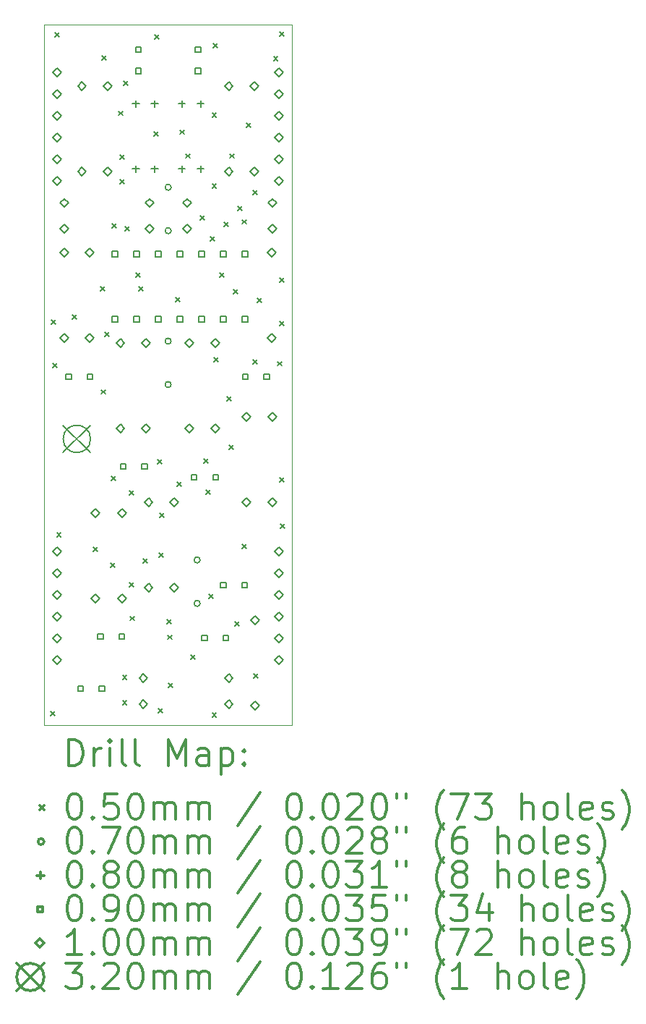
<source format=gbr>
%FSLAX45Y45*%
G04 Gerber Fmt 4.5, Leading zero omitted, Abs format (unit mm)*
G04 Created by KiCad (PCBNEW (2016-12-20 revision 2972f6f)-master) date Wed Jun 24 23:38:59 2020*
%MOMM*%
%LPD*%
G01*
G04 APERTURE LIST*
%ADD10C,0.127000*%
%ADD11C,0.100000*%
%ADD12C,0.200000*%
%ADD13C,0.300000*%
G04 APERTURE END LIST*
D10*
D11*
X0Y0D02*
X0Y8200000D01*
X2900000Y0D02*
X0Y0D01*
X2900000Y8200000D02*
X2900000Y0D01*
X0Y8200000D02*
X2900000Y8200000D01*
D12*
X75000Y165000D02*
X125000Y115000D01*
X125000Y165000D02*
X75000Y115000D01*
X85000Y4745000D02*
X135000Y4695000D01*
X135000Y4745000D02*
X85000Y4695000D01*
X95000Y4235000D02*
X145000Y4185000D01*
X145000Y4235000D02*
X95000Y4185000D01*
X125000Y8105000D02*
X175000Y8055000D01*
X175000Y8105000D02*
X125000Y8055000D01*
X145000Y2255000D02*
X195000Y2205000D01*
X195000Y2255000D02*
X145000Y2205000D01*
X325000Y4805000D02*
X375000Y4755000D01*
X375000Y4805000D02*
X325000Y4755000D01*
X575000Y2085000D02*
X625000Y2035000D01*
X625000Y2085000D02*
X575000Y2035000D01*
X655000Y5135000D02*
X705000Y5085000D01*
X705000Y5135000D02*
X655000Y5085000D01*
X665000Y3925000D02*
X715000Y3875000D01*
X715000Y3925000D02*
X665000Y3875000D01*
X675000Y7835000D02*
X725000Y7785000D01*
X725000Y7835000D02*
X675000Y7785000D01*
X705000Y4595000D02*
X755000Y4545000D01*
X755000Y4595000D02*
X705000Y4545000D01*
X775000Y1895000D02*
X825000Y1845000D01*
X825000Y1895000D02*
X775000Y1845000D01*
X785000Y2915000D02*
X835000Y2865000D01*
X835000Y2915000D02*
X785000Y2865000D01*
X795000Y5865000D02*
X845000Y5815000D01*
X845000Y5865000D02*
X795000Y5815000D01*
X865000Y7185000D02*
X915000Y7135000D01*
X915000Y7185000D02*
X865000Y7135000D01*
X885000Y6675000D02*
X935000Y6625000D01*
X935000Y6675000D02*
X885000Y6625000D01*
X885000Y6385000D02*
X935000Y6335000D01*
X935000Y6385000D02*
X885000Y6335000D01*
X915000Y585000D02*
X965000Y535000D01*
X965000Y585000D02*
X915000Y535000D01*
X915000Y285000D02*
X965000Y235000D01*
X965000Y285000D02*
X915000Y235000D01*
X925000Y7535000D02*
X975000Y7485000D01*
X975000Y7535000D02*
X925000Y7485000D01*
X945000Y5835000D02*
X995000Y5785000D01*
X995000Y5835000D02*
X945000Y5785000D01*
X995000Y2745000D02*
X1045000Y2695000D01*
X1045000Y2745000D02*
X995000Y2695000D01*
X995000Y1665000D02*
X1045000Y1615000D01*
X1045000Y1665000D02*
X995000Y1615000D01*
X1005000Y1275000D02*
X1055000Y1225000D01*
X1055000Y1275000D02*
X1005000Y1225000D01*
X1075000Y5295000D02*
X1125000Y5245000D01*
X1125000Y5295000D02*
X1075000Y5245000D01*
X1105000Y5135000D02*
X1155000Y5085000D01*
X1155000Y5135000D02*
X1105000Y5085000D01*
X1155000Y1945000D02*
X1205000Y1895000D01*
X1205000Y1945000D02*
X1155000Y1895000D01*
X1285000Y6945000D02*
X1335000Y6895000D01*
X1335000Y6945000D02*
X1285000Y6895000D01*
X1295000Y8075000D02*
X1345000Y8025000D01*
X1345000Y8075000D02*
X1295000Y8025000D01*
X1325000Y3105000D02*
X1375000Y3055000D01*
X1375000Y3105000D02*
X1325000Y3055000D01*
X1335000Y195000D02*
X1385000Y145000D01*
X1385000Y195000D02*
X1335000Y145000D01*
X1345000Y2015000D02*
X1395000Y1965000D01*
X1395000Y2015000D02*
X1345000Y1965000D01*
X1355000Y2485000D02*
X1405000Y2435000D01*
X1405000Y2485000D02*
X1355000Y2435000D01*
X1435000Y1235000D02*
X1485000Y1185000D01*
X1485000Y1235000D02*
X1435000Y1185000D01*
X1445000Y1055000D02*
X1495000Y1005000D01*
X1495000Y1055000D02*
X1445000Y1005000D01*
X1455000Y495000D02*
X1505000Y445000D01*
X1505000Y495000D02*
X1455000Y445000D01*
X1535000Y5005000D02*
X1585000Y4955000D01*
X1585000Y5005000D02*
X1535000Y4955000D01*
X1555000Y2845000D02*
X1605000Y2795000D01*
X1605000Y2845000D02*
X1555000Y2795000D01*
X1585000Y6965000D02*
X1635000Y6915000D01*
X1635000Y6965000D02*
X1585000Y6915000D01*
X1655000Y6685000D02*
X1705000Y6635000D01*
X1705000Y6685000D02*
X1655000Y6635000D01*
X1715000Y825000D02*
X1765000Y775000D01*
X1765000Y825000D02*
X1715000Y775000D01*
X1825000Y5965000D02*
X1875000Y5915000D01*
X1875000Y5965000D02*
X1825000Y5915000D01*
X1865000Y3115000D02*
X1915000Y3065000D01*
X1915000Y3115000D02*
X1865000Y3065000D01*
X1895000Y2755000D02*
X1945000Y2705000D01*
X1945000Y2755000D02*
X1895000Y2705000D01*
X1925000Y1535000D02*
X1975000Y1485000D01*
X1975000Y1535000D02*
X1925000Y1485000D01*
X1945000Y5715000D02*
X1995000Y5665000D01*
X1995000Y5715000D02*
X1945000Y5665000D01*
X1965000Y7165000D02*
X2015000Y7115000D01*
X2015000Y7165000D02*
X1965000Y7115000D01*
X1965000Y6335000D02*
X2015000Y6285000D01*
X2015000Y6335000D02*
X1965000Y6285000D01*
X1965000Y145000D02*
X2015000Y95000D01*
X2015000Y145000D02*
X1965000Y95000D01*
X1975000Y7975000D02*
X2025000Y7925000D01*
X2025000Y7975000D02*
X1975000Y7925000D01*
X1985000Y4305000D02*
X2035000Y4255000D01*
X2035000Y4305000D02*
X1985000Y4255000D01*
X2055000Y5295000D02*
X2105000Y5245000D01*
X2105000Y5295000D02*
X2055000Y5245000D01*
X2105000Y5885000D02*
X2155000Y5835000D01*
X2155000Y5885000D02*
X2105000Y5835000D01*
X2135000Y3845000D02*
X2185000Y3795000D01*
X2185000Y3845000D02*
X2135000Y3795000D01*
X2165000Y3275000D02*
X2215000Y3225000D01*
X2215000Y3275000D02*
X2165000Y3225000D01*
X2175000Y6685000D02*
X2225000Y6635000D01*
X2225000Y6685000D02*
X2175000Y6635000D01*
X2215000Y5095000D02*
X2265000Y5045000D01*
X2265000Y5095000D02*
X2215000Y5045000D01*
X2235000Y1215000D02*
X2285000Y1165000D01*
X2285000Y1215000D02*
X2235000Y1165000D01*
X2265000Y6075000D02*
X2315000Y6025000D01*
X2315000Y6075000D02*
X2265000Y6025000D01*
X2315000Y5915000D02*
X2365000Y5865000D01*
X2365000Y5915000D02*
X2315000Y5865000D01*
X2315000Y2115000D02*
X2365000Y2065000D01*
X2365000Y2115000D02*
X2315000Y2065000D01*
X2365000Y7045000D02*
X2415000Y6995000D01*
X2415000Y7045000D02*
X2365000Y6995000D01*
X2445000Y6255000D02*
X2495000Y6205000D01*
X2495000Y6255000D02*
X2445000Y6205000D01*
X2445000Y4275000D02*
X2495000Y4225000D01*
X2495000Y4275000D02*
X2445000Y4225000D01*
X2455000Y605000D02*
X2505000Y555000D01*
X2505000Y605000D02*
X2455000Y555000D01*
X2495000Y4995000D02*
X2545000Y4945000D01*
X2545000Y4995000D02*
X2495000Y4945000D01*
X2685000Y7825000D02*
X2735000Y7775000D01*
X2735000Y7825000D02*
X2685000Y7775000D01*
X2735000Y4255000D02*
X2785000Y4205000D01*
X2785000Y4255000D02*
X2735000Y4205000D01*
X2755000Y8115000D02*
X2805000Y8065000D01*
X2805000Y8115000D02*
X2755000Y8065000D01*
X2755000Y5235000D02*
X2805000Y5185000D01*
X2805000Y5235000D02*
X2755000Y5185000D01*
X2755000Y4725000D02*
X2805000Y4675000D01*
X2805000Y4725000D02*
X2755000Y4675000D01*
X2755000Y2895000D02*
X2805000Y2845000D01*
X2805000Y2895000D02*
X2755000Y2845000D01*
X2765000Y2355000D02*
X2815000Y2305000D01*
X2815000Y2355000D02*
X2765000Y2305000D01*
X1485000Y6294000D02*
G75*
G03X1485000Y6294000I-35000J0D01*
G01*
X1485000Y5786000D02*
G75*
G03X1485000Y5786000I-35000J0D01*
G01*
X1485000Y4494000D02*
G75*
G03X1485000Y4494000I-35000J0D01*
G01*
X1485000Y3986000D02*
G75*
G03X1485000Y3986000I-35000J0D01*
G01*
X1825000Y1934000D02*
G75*
G03X1825000Y1934000I-35000J0D01*
G01*
X1825000Y1426000D02*
G75*
G03X1825000Y1426000I-35000J0D01*
G01*
X1070000Y7310000D02*
X1070000Y7230000D01*
X1030000Y7270000D02*
X1110000Y7270000D01*
X1070000Y6550000D02*
X1070000Y6470000D01*
X1030000Y6510000D02*
X1110000Y6510000D01*
X1290000Y7311000D02*
X1290000Y7231000D01*
X1250000Y7271000D02*
X1330000Y7271000D01*
X1290000Y6549000D02*
X1290000Y6469000D01*
X1250000Y6509000D02*
X1330000Y6509000D01*
X1610000Y7311000D02*
X1610000Y7231000D01*
X1570000Y7271000D02*
X1650000Y7271000D01*
X1610000Y6549000D02*
X1610000Y6469000D01*
X1570000Y6509000D02*
X1650000Y6509000D01*
X1830000Y7311000D02*
X1830000Y7231000D01*
X1790000Y7271000D02*
X1870000Y7271000D01*
X1830000Y6549000D02*
X1830000Y6469000D01*
X1790000Y6509000D02*
X1870000Y6509000D01*
X316820Y4048180D02*
X316820Y4111820D01*
X253180Y4111820D01*
X253180Y4048180D01*
X316820Y4048180D01*
X456820Y398180D02*
X456820Y461820D01*
X393180Y461820D01*
X393180Y398180D01*
X456820Y398180D01*
X566820Y4048180D02*
X566820Y4111820D01*
X503180Y4111820D01*
X503180Y4048180D01*
X566820Y4048180D01*
X686820Y1008180D02*
X686820Y1071820D01*
X623180Y1071820D01*
X623180Y1008180D01*
X686820Y1008180D01*
X706820Y398180D02*
X706820Y461820D01*
X643180Y461820D01*
X643180Y398180D01*
X706820Y398180D01*
X859820Y5479180D02*
X859820Y5542820D01*
X796180Y5542820D01*
X796180Y5479180D01*
X859820Y5479180D01*
X859820Y4717180D02*
X859820Y4780820D01*
X796180Y4780820D01*
X796180Y4717180D01*
X859820Y4717180D01*
X936820Y1008180D02*
X936820Y1071820D01*
X873180Y1071820D01*
X873180Y1008180D01*
X936820Y1008180D01*
X956820Y2998180D02*
X956820Y3061820D01*
X893180Y3061820D01*
X893180Y2998180D01*
X956820Y2998180D01*
X1113820Y5479180D02*
X1113820Y5542820D01*
X1050180Y5542820D01*
X1050180Y5479180D01*
X1113820Y5479180D01*
X1113820Y4717180D02*
X1113820Y4780820D01*
X1050180Y4780820D01*
X1050180Y4717180D01*
X1113820Y4717180D01*
X1131820Y7873180D02*
X1131820Y7936820D01*
X1068180Y7936820D01*
X1068180Y7873180D01*
X1131820Y7873180D01*
X1131820Y7623180D02*
X1131820Y7686820D01*
X1068180Y7686820D01*
X1068180Y7623180D01*
X1131820Y7623180D01*
X1206820Y2998180D02*
X1206820Y3061820D01*
X1143180Y3061820D01*
X1143180Y2998180D01*
X1206820Y2998180D01*
X1367820Y5479180D02*
X1367820Y5542820D01*
X1304180Y5542820D01*
X1304180Y5479180D01*
X1367820Y5479180D01*
X1367820Y4717180D02*
X1367820Y4780820D01*
X1304180Y4780820D01*
X1304180Y4717180D01*
X1367820Y4717180D01*
X1621820Y5479180D02*
X1621820Y5542820D01*
X1558180Y5542820D01*
X1558180Y5479180D01*
X1621820Y5479180D01*
X1621820Y4717180D02*
X1621820Y4780820D01*
X1558180Y4780820D01*
X1558180Y4717180D01*
X1621820Y4717180D01*
X1786820Y2868180D02*
X1786820Y2931820D01*
X1723180Y2931820D01*
X1723180Y2868180D01*
X1786820Y2868180D01*
X1831820Y7873180D02*
X1831820Y7936820D01*
X1768180Y7936820D01*
X1768180Y7873180D01*
X1831820Y7873180D01*
X1831820Y7623180D02*
X1831820Y7686820D01*
X1768180Y7686820D01*
X1768180Y7623180D01*
X1831820Y7623180D01*
X1875820Y5479180D02*
X1875820Y5542820D01*
X1812180Y5542820D01*
X1812180Y5479180D01*
X1875820Y5479180D01*
X1875820Y4717180D02*
X1875820Y4780820D01*
X1812180Y4780820D01*
X1812180Y4717180D01*
X1875820Y4717180D01*
X1906820Y988180D02*
X1906820Y1051820D01*
X1843180Y1051820D01*
X1843180Y988180D01*
X1906820Y988180D01*
X2036820Y2868180D02*
X2036820Y2931820D01*
X1973180Y2931820D01*
X1973180Y2868180D01*
X2036820Y2868180D01*
X2126820Y1608180D02*
X2126820Y1671820D01*
X2063180Y1671820D01*
X2063180Y1608180D01*
X2126820Y1608180D01*
X2129820Y5479180D02*
X2129820Y5542820D01*
X2066180Y5542820D01*
X2066180Y5479180D01*
X2129820Y5479180D01*
X2129820Y4717180D02*
X2129820Y4780820D01*
X2066180Y4780820D01*
X2066180Y4717180D01*
X2129820Y4717180D01*
X2156820Y988180D02*
X2156820Y1051820D01*
X2093180Y1051820D01*
X2093180Y988180D01*
X2156820Y988180D01*
X2376820Y1608180D02*
X2376820Y1671820D01*
X2313180Y1671820D01*
X2313180Y1608180D01*
X2376820Y1608180D01*
X2383820Y5479180D02*
X2383820Y5542820D01*
X2320180Y5542820D01*
X2320180Y5479180D01*
X2383820Y5479180D01*
X2383820Y4717180D02*
X2383820Y4780820D01*
X2320180Y4780820D01*
X2320180Y4717180D01*
X2383820Y4717180D01*
X2386820Y4048180D02*
X2386820Y4111820D01*
X2323180Y4111820D01*
X2323180Y4048180D01*
X2386820Y4048180D01*
X2636820Y4048180D02*
X2636820Y4111820D01*
X2573180Y4111820D01*
X2573180Y4048180D01*
X2636820Y4048180D01*
X150000Y7585000D02*
X200000Y7635000D01*
X150000Y7685000D01*
X100000Y7635000D01*
X150000Y7585000D01*
X150000Y7331000D02*
X200000Y7381000D01*
X150000Y7431000D01*
X100000Y7381000D01*
X150000Y7331000D01*
X150000Y7077000D02*
X200000Y7127000D01*
X150000Y7177000D01*
X100000Y7127000D01*
X150000Y7077000D01*
X150000Y6823000D02*
X200000Y6873000D01*
X150000Y6923000D01*
X100000Y6873000D01*
X150000Y6823000D01*
X150000Y6569000D02*
X200000Y6619000D01*
X150000Y6669000D01*
X100000Y6619000D01*
X150000Y6569000D01*
X150000Y6315000D02*
X200000Y6365000D01*
X150000Y6415000D01*
X100000Y6365000D01*
X150000Y6315000D01*
X150000Y1985000D02*
X200000Y2035000D01*
X150000Y2085000D01*
X100000Y2035000D01*
X150000Y1985000D01*
X150000Y1731000D02*
X200000Y1781000D01*
X150000Y1831000D01*
X100000Y1781000D01*
X150000Y1731000D01*
X150000Y1477000D02*
X200000Y1527000D01*
X150000Y1577000D01*
X100000Y1527000D01*
X150000Y1477000D01*
X150000Y1223000D02*
X200000Y1273000D01*
X150000Y1323000D01*
X100000Y1273000D01*
X150000Y1223000D01*
X150000Y969000D02*
X200000Y1019000D01*
X150000Y1069000D01*
X100000Y1019000D01*
X150000Y969000D01*
X150000Y715000D02*
X200000Y765000D01*
X150000Y815000D01*
X100000Y765000D01*
X150000Y715000D01*
X230000Y6060000D02*
X280000Y6110000D01*
X230000Y6160000D01*
X180000Y6110000D01*
X230000Y6060000D01*
X230000Y5760000D02*
X280000Y5810000D01*
X230000Y5860000D01*
X180000Y5810000D01*
X230000Y5760000D01*
X230000Y5480000D02*
X280000Y5530000D01*
X230000Y5580000D01*
X180000Y5530000D01*
X230000Y5480000D01*
X230000Y4480000D02*
X280000Y4530000D01*
X230000Y4580000D01*
X180000Y4530000D01*
X230000Y4480000D01*
X440000Y7430000D02*
X490000Y7480000D01*
X440000Y7530000D01*
X390000Y7480000D01*
X440000Y7430000D01*
X440000Y6430000D02*
X490000Y6480000D01*
X440000Y6530000D01*
X390000Y6480000D01*
X440000Y6430000D01*
X530000Y5480000D02*
X580000Y5530000D01*
X530000Y5580000D01*
X480000Y5530000D01*
X530000Y5480000D01*
X530000Y4480000D02*
X580000Y4530000D01*
X530000Y4580000D01*
X480000Y4530000D01*
X530000Y4480000D01*
X600000Y2430000D02*
X650000Y2480000D01*
X600000Y2530000D01*
X550000Y2480000D01*
X600000Y2430000D01*
X600000Y1430000D02*
X650000Y1480000D01*
X600000Y1530000D01*
X550000Y1480000D01*
X600000Y1430000D01*
X740000Y7430000D02*
X790000Y7480000D01*
X740000Y7530000D01*
X690000Y7480000D01*
X740000Y7430000D01*
X740000Y6430000D02*
X790000Y6480000D01*
X740000Y6530000D01*
X690000Y6480000D01*
X740000Y6430000D01*
X890000Y4420000D02*
X940000Y4470000D01*
X890000Y4520000D01*
X840000Y4470000D01*
X890000Y4420000D01*
X890000Y3420000D02*
X940000Y3470000D01*
X890000Y3520000D01*
X840000Y3470000D01*
X890000Y3420000D01*
X910000Y2430000D02*
X960000Y2480000D01*
X910000Y2530000D01*
X860000Y2480000D01*
X910000Y2430000D01*
X910000Y1430000D02*
X960000Y1480000D01*
X910000Y1530000D01*
X860000Y1480000D01*
X910000Y1430000D01*
X1160000Y500000D02*
X1210000Y550000D01*
X1160000Y600000D01*
X1110000Y550000D01*
X1160000Y500000D01*
X1160000Y200000D02*
X1210000Y250000D01*
X1160000Y300000D01*
X1110000Y250000D01*
X1160000Y200000D01*
X1190000Y4420000D02*
X1240000Y4470000D01*
X1190000Y4520000D01*
X1140000Y4470000D01*
X1190000Y4420000D01*
X1190000Y3420000D02*
X1240000Y3470000D01*
X1190000Y3520000D01*
X1140000Y3470000D01*
X1190000Y3420000D01*
X1220000Y2560000D02*
X1270000Y2610000D01*
X1220000Y2660000D01*
X1170000Y2610000D01*
X1220000Y2560000D01*
X1220000Y1560000D02*
X1270000Y1610000D01*
X1220000Y1660000D01*
X1170000Y1610000D01*
X1220000Y1560000D01*
X1230000Y6060000D02*
X1280000Y6110000D01*
X1230000Y6160000D01*
X1180000Y6110000D01*
X1230000Y6060000D01*
X1230000Y5760000D02*
X1280000Y5810000D01*
X1230000Y5860000D01*
X1180000Y5810000D01*
X1230000Y5760000D01*
X1520000Y2560000D02*
X1570000Y2610000D01*
X1520000Y2660000D01*
X1470000Y2610000D01*
X1520000Y2560000D01*
X1520000Y1560000D02*
X1570000Y1610000D01*
X1520000Y1660000D01*
X1470000Y1610000D01*
X1520000Y1560000D01*
X1670000Y6060000D02*
X1720000Y6110000D01*
X1670000Y6160000D01*
X1620000Y6110000D01*
X1670000Y6060000D01*
X1670000Y5760000D02*
X1720000Y5810000D01*
X1670000Y5860000D01*
X1620000Y5810000D01*
X1670000Y5760000D01*
X1700000Y4420000D02*
X1750000Y4470000D01*
X1700000Y4520000D01*
X1650000Y4470000D01*
X1700000Y4420000D01*
X1700000Y3420000D02*
X1750000Y3470000D01*
X1700000Y3520000D01*
X1650000Y3470000D01*
X1700000Y3420000D01*
X2000000Y4420000D02*
X2050000Y4470000D01*
X2000000Y4520000D01*
X1950000Y4470000D01*
X2000000Y4420000D01*
X2000000Y3420000D02*
X2050000Y3470000D01*
X2000000Y3520000D01*
X1950000Y3470000D01*
X2000000Y3420000D01*
X2160000Y7430000D02*
X2210000Y7480000D01*
X2160000Y7530000D01*
X2110000Y7480000D01*
X2160000Y7430000D01*
X2160000Y6430000D02*
X2210000Y6480000D01*
X2160000Y6530000D01*
X2110000Y6480000D01*
X2160000Y6430000D01*
X2160000Y500000D02*
X2210000Y550000D01*
X2160000Y600000D01*
X2110000Y550000D01*
X2160000Y500000D01*
X2160000Y200000D02*
X2210000Y250000D01*
X2160000Y300000D01*
X2110000Y250000D01*
X2160000Y200000D01*
X2370000Y3560000D02*
X2420000Y3610000D01*
X2370000Y3660000D01*
X2320000Y3610000D01*
X2370000Y3560000D01*
X2370000Y2560000D02*
X2420000Y2610000D01*
X2370000Y2660000D01*
X2320000Y2610000D01*
X2370000Y2560000D01*
X2460000Y7430000D02*
X2510000Y7480000D01*
X2460000Y7530000D01*
X2410000Y7480000D01*
X2460000Y7430000D01*
X2460000Y6430000D02*
X2510000Y6480000D01*
X2460000Y6530000D01*
X2410000Y6480000D01*
X2460000Y6430000D01*
X2470000Y1180000D02*
X2520000Y1230000D01*
X2470000Y1280000D01*
X2420000Y1230000D01*
X2470000Y1180000D01*
X2470000Y180000D02*
X2520000Y230000D01*
X2470000Y280000D01*
X2420000Y230000D01*
X2470000Y180000D01*
X2660000Y5480000D02*
X2710000Y5530000D01*
X2660000Y5580000D01*
X2610000Y5530000D01*
X2660000Y5480000D01*
X2660000Y4480000D02*
X2710000Y4530000D01*
X2660000Y4580000D01*
X2610000Y4530000D01*
X2660000Y4480000D01*
X2670000Y6060000D02*
X2720000Y6110000D01*
X2670000Y6160000D01*
X2620000Y6110000D01*
X2670000Y6060000D01*
X2670000Y5760000D02*
X2720000Y5810000D01*
X2670000Y5860000D01*
X2620000Y5810000D01*
X2670000Y5760000D01*
X2670000Y3560000D02*
X2720000Y3610000D01*
X2670000Y3660000D01*
X2620000Y3610000D01*
X2670000Y3560000D01*
X2670000Y2560000D02*
X2720000Y2610000D01*
X2670000Y2660000D01*
X2620000Y2610000D01*
X2670000Y2560000D01*
X2750000Y7585000D02*
X2800000Y7635000D01*
X2750000Y7685000D01*
X2700000Y7635000D01*
X2750000Y7585000D01*
X2750000Y7331000D02*
X2800000Y7381000D01*
X2750000Y7431000D01*
X2700000Y7381000D01*
X2750000Y7331000D01*
X2750000Y7077000D02*
X2800000Y7127000D01*
X2750000Y7177000D01*
X2700000Y7127000D01*
X2750000Y7077000D01*
X2750000Y6823000D02*
X2800000Y6873000D01*
X2750000Y6923000D01*
X2700000Y6873000D01*
X2750000Y6823000D01*
X2750000Y6569000D02*
X2800000Y6619000D01*
X2750000Y6669000D01*
X2700000Y6619000D01*
X2750000Y6569000D01*
X2750000Y6315000D02*
X2800000Y6365000D01*
X2750000Y6415000D01*
X2700000Y6365000D01*
X2750000Y6315000D01*
X2750000Y1985000D02*
X2800000Y2035000D01*
X2750000Y2085000D01*
X2700000Y2035000D01*
X2750000Y1985000D01*
X2750000Y1731000D02*
X2800000Y1781000D01*
X2750000Y1831000D01*
X2700000Y1781000D01*
X2750000Y1731000D01*
X2750000Y1477000D02*
X2800000Y1527000D01*
X2750000Y1577000D01*
X2700000Y1527000D01*
X2750000Y1477000D01*
X2750000Y1223000D02*
X2800000Y1273000D01*
X2750000Y1323000D01*
X2700000Y1273000D01*
X2750000Y1223000D01*
X2750000Y969000D02*
X2800000Y1019000D01*
X2750000Y1069000D01*
X2700000Y1019000D01*
X2750000Y969000D01*
X2750000Y715000D02*
X2800000Y765000D01*
X2750000Y815000D01*
X2700000Y765000D01*
X2750000Y715000D01*
X220000Y3510000D02*
X540000Y3190000D01*
X540000Y3510000D02*
X220000Y3190000D01*
X540000Y3350000D02*
G75*
G03X540000Y3350000I-160000J0D01*
G01*
D13*
X281428Y-470714D02*
X281428Y-170714D01*
X352857Y-170714D01*
X395714Y-185000D01*
X424286Y-213571D01*
X438571Y-242143D01*
X452857Y-299286D01*
X452857Y-342143D01*
X438571Y-399286D01*
X424286Y-427857D01*
X395714Y-456429D01*
X352857Y-470714D01*
X281428Y-470714D01*
X581428Y-470714D02*
X581428Y-270714D01*
X581428Y-327857D02*
X595714Y-299286D01*
X610000Y-285000D01*
X638571Y-270714D01*
X667143Y-270714D01*
X767143Y-470714D02*
X767143Y-270714D01*
X767143Y-170714D02*
X752857Y-185000D01*
X767143Y-199286D01*
X781428Y-185000D01*
X767143Y-170714D01*
X767143Y-199286D01*
X952857Y-470714D02*
X924286Y-456429D01*
X910000Y-427857D01*
X910000Y-170714D01*
X1110000Y-470714D02*
X1081428Y-456429D01*
X1067143Y-427857D01*
X1067143Y-170714D01*
X1452857Y-470714D02*
X1452857Y-170714D01*
X1552857Y-385000D01*
X1652857Y-170714D01*
X1652857Y-470714D01*
X1924286Y-470714D02*
X1924286Y-313572D01*
X1910000Y-285000D01*
X1881428Y-270714D01*
X1824286Y-270714D01*
X1795714Y-285000D01*
X1924286Y-456429D02*
X1895714Y-470714D01*
X1824286Y-470714D01*
X1795714Y-456429D01*
X1781428Y-427857D01*
X1781428Y-399286D01*
X1795714Y-370714D01*
X1824286Y-356429D01*
X1895714Y-356429D01*
X1924286Y-342143D01*
X2067143Y-270714D02*
X2067143Y-570714D01*
X2067143Y-285000D02*
X2095714Y-270714D01*
X2152857Y-270714D01*
X2181428Y-285000D01*
X2195714Y-299286D01*
X2210000Y-327857D01*
X2210000Y-413571D01*
X2195714Y-442143D01*
X2181428Y-456429D01*
X2152857Y-470714D01*
X2095714Y-470714D01*
X2067143Y-456429D01*
X2338571Y-442143D02*
X2352857Y-456429D01*
X2338571Y-470714D01*
X2324286Y-456429D01*
X2338571Y-442143D01*
X2338571Y-470714D01*
X2338571Y-285000D02*
X2352857Y-299286D01*
X2338571Y-313572D01*
X2324286Y-299286D01*
X2338571Y-285000D01*
X2338571Y-313572D01*
X-55000Y-940000D02*
X-5000Y-990000D01*
X-5000Y-940000D02*
X-55000Y-990000D01*
X338571Y-800714D02*
X367143Y-800714D01*
X395714Y-815000D01*
X410000Y-829286D01*
X424286Y-857857D01*
X438571Y-915000D01*
X438571Y-986429D01*
X424286Y-1043571D01*
X410000Y-1072143D01*
X395714Y-1086429D01*
X367143Y-1100714D01*
X338571Y-1100714D01*
X310000Y-1086429D01*
X295714Y-1072143D01*
X281428Y-1043571D01*
X267143Y-986429D01*
X267143Y-915000D01*
X281428Y-857857D01*
X295714Y-829286D01*
X310000Y-815000D01*
X338571Y-800714D01*
X567143Y-1072143D02*
X581428Y-1086429D01*
X567143Y-1100714D01*
X552857Y-1086429D01*
X567143Y-1072143D01*
X567143Y-1100714D01*
X852857Y-800714D02*
X710000Y-800714D01*
X695714Y-943571D01*
X710000Y-929286D01*
X738571Y-915000D01*
X810000Y-915000D01*
X838571Y-929286D01*
X852857Y-943571D01*
X867143Y-972143D01*
X867143Y-1043571D01*
X852857Y-1072143D01*
X838571Y-1086429D01*
X810000Y-1100714D01*
X738571Y-1100714D01*
X710000Y-1086429D01*
X695714Y-1072143D01*
X1052857Y-800714D02*
X1081428Y-800714D01*
X1110000Y-815000D01*
X1124286Y-829286D01*
X1138571Y-857857D01*
X1152857Y-915000D01*
X1152857Y-986429D01*
X1138571Y-1043571D01*
X1124286Y-1072143D01*
X1110000Y-1086429D01*
X1081428Y-1100714D01*
X1052857Y-1100714D01*
X1024286Y-1086429D01*
X1010000Y-1072143D01*
X995714Y-1043571D01*
X981428Y-986429D01*
X981428Y-915000D01*
X995714Y-857857D01*
X1010000Y-829286D01*
X1024286Y-815000D01*
X1052857Y-800714D01*
X1281428Y-1100714D02*
X1281428Y-900714D01*
X1281428Y-929286D02*
X1295714Y-915000D01*
X1324286Y-900714D01*
X1367143Y-900714D01*
X1395714Y-915000D01*
X1410000Y-943571D01*
X1410000Y-1100714D01*
X1410000Y-943571D02*
X1424286Y-915000D01*
X1452857Y-900714D01*
X1495714Y-900714D01*
X1524286Y-915000D01*
X1538571Y-943571D01*
X1538571Y-1100714D01*
X1681428Y-1100714D02*
X1681428Y-900714D01*
X1681428Y-929286D02*
X1695714Y-915000D01*
X1724286Y-900714D01*
X1767143Y-900714D01*
X1795714Y-915000D01*
X1810000Y-943571D01*
X1810000Y-1100714D01*
X1810000Y-943571D02*
X1824286Y-915000D01*
X1852857Y-900714D01*
X1895714Y-900714D01*
X1924286Y-915000D01*
X1938571Y-943571D01*
X1938571Y-1100714D01*
X2524286Y-786429D02*
X2267143Y-1172143D01*
X2910000Y-800714D02*
X2938571Y-800714D01*
X2967143Y-815000D01*
X2981428Y-829286D01*
X2995714Y-857857D01*
X3010000Y-915000D01*
X3010000Y-986429D01*
X2995714Y-1043571D01*
X2981428Y-1072143D01*
X2967143Y-1086429D01*
X2938571Y-1100714D01*
X2910000Y-1100714D01*
X2881428Y-1086429D01*
X2867143Y-1072143D01*
X2852857Y-1043571D01*
X2838571Y-986429D01*
X2838571Y-915000D01*
X2852857Y-857857D01*
X2867143Y-829286D01*
X2881428Y-815000D01*
X2910000Y-800714D01*
X3138571Y-1072143D02*
X3152857Y-1086429D01*
X3138571Y-1100714D01*
X3124286Y-1086429D01*
X3138571Y-1072143D01*
X3138571Y-1100714D01*
X3338571Y-800714D02*
X3367143Y-800714D01*
X3395714Y-815000D01*
X3410000Y-829286D01*
X3424286Y-857857D01*
X3438571Y-915000D01*
X3438571Y-986429D01*
X3424286Y-1043571D01*
X3410000Y-1072143D01*
X3395714Y-1086429D01*
X3367143Y-1100714D01*
X3338571Y-1100714D01*
X3310000Y-1086429D01*
X3295714Y-1072143D01*
X3281428Y-1043571D01*
X3267143Y-986429D01*
X3267143Y-915000D01*
X3281428Y-857857D01*
X3295714Y-829286D01*
X3310000Y-815000D01*
X3338571Y-800714D01*
X3552857Y-829286D02*
X3567143Y-815000D01*
X3595714Y-800714D01*
X3667143Y-800714D01*
X3695714Y-815000D01*
X3710000Y-829286D01*
X3724286Y-857857D01*
X3724286Y-886429D01*
X3710000Y-929286D01*
X3538571Y-1100714D01*
X3724286Y-1100714D01*
X3910000Y-800714D02*
X3938571Y-800714D01*
X3967143Y-815000D01*
X3981428Y-829286D01*
X3995714Y-857857D01*
X4010000Y-915000D01*
X4010000Y-986429D01*
X3995714Y-1043571D01*
X3981428Y-1072143D01*
X3967143Y-1086429D01*
X3938571Y-1100714D01*
X3910000Y-1100714D01*
X3881428Y-1086429D01*
X3867143Y-1072143D01*
X3852857Y-1043571D01*
X3838571Y-986429D01*
X3838571Y-915000D01*
X3852857Y-857857D01*
X3867143Y-829286D01*
X3881428Y-815000D01*
X3910000Y-800714D01*
X4124286Y-800714D02*
X4124286Y-857857D01*
X4238571Y-800714D02*
X4238571Y-857857D01*
X4681428Y-1215000D02*
X4667143Y-1200714D01*
X4638571Y-1157857D01*
X4624286Y-1129286D01*
X4610000Y-1086429D01*
X4595714Y-1015000D01*
X4595714Y-957857D01*
X4610000Y-886429D01*
X4624286Y-843571D01*
X4638571Y-815000D01*
X4667143Y-772143D01*
X4681428Y-757857D01*
X4767143Y-800714D02*
X4967143Y-800714D01*
X4838571Y-1100714D01*
X5052857Y-800714D02*
X5238571Y-800714D01*
X5138571Y-915000D01*
X5181428Y-915000D01*
X5210000Y-929286D01*
X5224286Y-943571D01*
X5238571Y-972143D01*
X5238571Y-1043571D01*
X5224286Y-1072143D01*
X5210000Y-1086429D01*
X5181428Y-1100714D01*
X5095714Y-1100714D01*
X5067143Y-1086429D01*
X5052857Y-1072143D01*
X5595714Y-1100714D02*
X5595714Y-800714D01*
X5724286Y-1100714D02*
X5724286Y-943571D01*
X5710000Y-915000D01*
X5681428Y-900714D01*
X5638571Y-900714D01*
X5610000Y-915000D01*
X5595714Y-929286D01*
X5910000Y-1100714D02*
X5881428Y-1086429D01*
X5867143Y-1072143D01*
X5852857Y-1043571D01*
X5852857Y-957857D01*
X5867143Y-929286D01*
X5881428Y-915000D01*
X5910000Y-900714D01*
X5952857Y-900714D01*
X5981428Y-915000D01*
X5995714Y-929286D01*
X6010000Y-957857D01*
X6010000Y-1043571D01*
X5995714Y-1072143D01*
X5981428Y-1086429D01*
X5952857Y-1100714D01*
X5910000Y-1100714D01*
X6181428Y-1100714D02*
X6152857Y-1086429D01*
X6138571Y-1057857D01*
X6138571Y-800714D01*
X6410000Y-1086429D02*
X6381428Y-1100714D01*
X6324286Y-1100714D01*
X6295714Y-1086429D01*
X6281428Y-1057857D01*
X6281428Y-943571D01*
X6295714Y-915000D01*
X6324286Y-900714D01*
X6381428Y-900714D01*
X6410000Y-915000D01*
X6424286Y-943571D01*
X6424286Y-972143D01*
X6281428Y-1000714D01*
X6538571Y-1086429D02*
X6567143Y-1100714D01*
X6624286Y-1100714D01*
X6652857Y-1086429D01*
X6667143Y-1057857D01*
X6667143Y-1043571D01*
X6652857Y-1015000D01*
X6624286Y-1000714D01*
X6581428Y-1000714D01*
X6552857Y-986429D01*
X6538571Y-957857D01*
X6538571Y-943571D01*
X6552857Y-915000D01*
X6581428Y-900714D01*
X6624286Y-900714D01*
X6652857Y-915000D01*
X6767143Y-1215000D02*
X6781428Y-1200714D01*
X6810000Y-1157857D01*
X6824286Y-1129286D01*
X6838571Y-1086429D01*
X6852857Y-1015000D01*
X6852857Y-957857D01*
X6838571Y-886429D01*
X6824286Y-843571D01*
X6810000Y-815000D01*
X6781428Y-772143D01*
X6767143Y-757857D01*
X-5000Y-1361000D02*
G75*
G03X-5000Y-1361000I-35000J0D01*
G01*
X338571Y-1196714D02*
X367143Y-1196714D01*
X395714Y-1211000D01*
X410000Y-1225286D01*
X424286Y-1253857D01*
X438571Y-1311000D01*
X438571Y-1382429D01*
X424286Y-1439571D01*
X410000Y-1468143D01*
X395714Y-1482429D01*
X367143Y-1496714D01*
X338571Y-1496714D01*
X310000Y-1482429D01*
X295714Y-1468143D01*
X281428Y-1439571D01*
X267143Y-1382429D01*
X267143Y-1311000D01*
X281428Y-1253857D01*
X295714Y-1225286D01*
X310000Y-1211000D01*
X338571Y-1196714D01*
X567143Y-1468143D02*
X581428Y-1482429D01*
X567143Y-1496714D01*
X552857Y-1482429D01*
X567143Y-1468143D01*
X567143Y-1496714D01*
X681428Y-1196714D02*
X881428Y-1196714D01*
X752857Y-1496714D01*
X1052857Y-1196714D02*
X1081428Y-1196714D01*
X1110000Y-1211000D01*
X1124286Y-1225286D01*
X1138571Y-1253857D01*
X1152857Y-1311000D01*
X1152857Y-1382429D01*
X1138571Y-1439571D01*
X1124286Y-1468143D01*
X1110000Y-1482429D01*
X1081428Y-1496714D01*
X1052857Y-1496714D01*
X1024286Y-1482429D01*
X1010000Y-1468143D01*
X995714Y-1439571D01*
X981428Y-1382429D01*
X981428Y-1311000D01*
X995714Y-1253857D01*
X1010000Y-1225286D01*
X1024286Y-1211000D01*
X1052857Y-1196714D01*
X1281428Y-1496714D02*
X1281428Y-1296714D01*
X1281428Y-1325286D02*
X1295714Y-1311000D01*
X1324286Y-1296714D01*
X1367143Y-1296714D01*
X1395714Y-1311000D01*
X1410000Y-1339572D01*
X1410000Y-1496714D01*
X1410000Y-1339572D02*
X1424286Y-1311000D01*
X1452857Y-1296714D01*
X1495714Y-1296714D01*
X1524286Y-1311000D01*
X1538571Y-1339572D01*
X1538571Y-1496714D01*
X1681428Y-1496714D02*
X1681428Y-1296714D01*
X1681428Y-1325286D02*
X1695714Y-1311000D01*
X1724286Y-1296714D01*
X1767143Y-1296714D01*
X1795714Y-1311000D01*
X1810000Y-1339572D01*
X1810000Y-1496714D01*
X1810000Y-1339572D02*
X1824286Y-1311000D01*
X1852857Y-1296714D01*
X1895714Y-1296714D01*
X1924286Y-1311000D01*
X1938571Y-1339572D01*
X1938571Y-1496714D01*
X2524286Y-1182429D02*
X2267143Y-1568143D01*
X2910000Y-1196714D02*
X2938571Y-1196714D01*
X2967143Y-1211000D01*
X2981428Y-1225286D01*
X2995714Y-1253857D01*
X3010000Y-1311000D01*
X3010000Y-1382429D01*
X2995714Y-1439571D01*
X2981428Y-1468143D01*
X2967143Y-1482429D01*
X2938571Y-1496714D01*
X2910000Y-1496714D01*
X2881428Y-1482429D01*
X2867143Y-1468143D01*
X2852857Y-1439571D01*
X2838571Y-1382429D01*
X2838571Y-1311000D01*
X2852857Y-1253857D01*
X2867143Y-1225286D01*
X2881428Y-1211000D01*
X2910000Y-1196714D01*
X3138571Y-1468143D02*
X3152857Y-1482429D01*
X3138571Y-1496714D01*
X3124286Y-1482429D01*
X3138571Y-1468143D01*
X3138571Y-1496714D01*
X3338571Y-1196714D02*
X3367143Y-1196714D01*
X3395714Y-1211000D01*
X3410000Y-1225286D01*
X3424286Y-1253857D01*
X3438571Y-1311000D01*
X3438571Y-1382429D01*
X3424286Y-1439571D01*
X3410000Y-1468143D01*
X3395714Y-1482429D01*
X3367143Y-1496714D01*
X3338571Y-1496714D01*
X3310000Y-1482429D01*
X3295714Y-1468143D01*
X3281428Y-1439571D01*
X3267143Y-1382429D01*
X3267143Y-1311000D01*
X3281428Y-1253857D01*
X3295714Y-1225286D01*
X3310000Y-1211000D01*
X3338571Y-1196714D01*
X3552857Y-1225286D02*
X3567143Y-1211000D01*
X3595714Y-1196714D01*
X3667143Y-1196714D01*
X3695714Y-1211000D01*
X3710000Y-1225286D01*
X3724286Y-1253857D01*
X3724286Y-1282429D01*
X3710000Y-1325286D01*
X3538571Y-1496714D01*
X3724286Y-1496714D01*
X3895714Y-1325286D02*
X3867143Y-1311000D01*
X3852857Y-1296714D01*
X3838571Y-1268143D01*
X3838571Y-1253857D01*
X3852857Y-1225286D01*
X3867143Y-1211000D01*
X3895714Y-1196714D01*
X3952857Y-1196714D01*
X3981428Y-1211000D01*
X3995714Y-1225286D01*
X4010000Y-1253857D01*
X4010000Y-1268143D01*
X3995714Y-1296714D01*
X3981428Y-1311000D01*
X3952857Y-1325286D01*
X3895714Y-1325286D01*
X3867143Y-1339572D01*
X3852857Y-1353857D01*
X3838571Y-1382429D01*
X3838571Y-1439571D01*
X3852857Y-1468143D01*
X3867143Y-1482429D01*
X3895714Y-1496714D01*
X3952857Y-1496714D01*
X3981428Y-1482429D01*
X3995714Y-1468143D01*
X4010000Y-1439571D01*
X4010000Y-1382429D01*
X3995714Y-1353857D01*
X3981428Y-1339572D01*
X3952857Y-1325286D01*
X4124286Y-1196714D02*
X4124286Y-1253857D01*
X4238571Y-1196714D02*
X4238571Y-1253857D01*
X4681428Y-1611000D02*
X4667143Y-1596714D01*
X4638571Y-1553857D01*
X4624286Y-1525286D01*
X4610000Y-1482429D01*
X4595714Y-1411000D01*
X4595714Y-1353857D01*
X4610000Y-1282429D01*
X4624286Y-1239572D01*
X4638571Y-1211000D01*
X4667143Y-1168143D01*
X4681428Y-1153857D01*
X4924286Y-1196714D02*
X4867143Y-1196714D01*
X4838571Y-1211000D01*
X4824286Y-1225286D01*
X4795714Y-1268143D01*
X4781428Y-1325286D01*
X4781428Y-1439571D01*
X4795714Y-1468143D01*
X4810000Y-1482429D01*
X4838571Y-1496714D01*
X4895714Y-1496714D01*
X4924286Y-1482429D01*
X4938571Y-1468143D01*
X4952857Y-1439571D01*
X4952857Y-1368143D01*
X4938571Y-1339572D01*
X4924286Y-1325286D01*
X4895714Y-1311000D01*
X4838571Y-1311000D01*
X4810000Y-1325286D01*
X4795714Y-1339572D01*
X4781428Y-1368143D01*
X5310000Y-1496714D02*
X5310000Y-1196714D01*
X5438571Y-1496714D02*
X5438571Y-1339572D01*
X5424286Y-1311000D01*
X5395714Y-1296714D01*
X5352857Y-1296714D01*
X5324286Y-1311000D01*
X5310000Y-1325286D01*
X5624286Y-1496714D02*
X5595714Y-1482429D01*
X5581428Y-1468143D01*
X5567143Y-1439571D01*
X5567143Y-1353857D01*
X5581428Y-1325286D01*
X5595714Y-1311000D01*
X5624286Y-1296714D01*
X5667143Y-1296714D01*
X5695714Y-1311000D01*
X5710000Y-1325286D01*
X5724286Y-1353857D01*
X5724286Y-1439571D01*
X5710000Y-1468143D01*
X5695714Y-1482429D01*
X5667143Y-1496714D01*
X5624286Y-1496714D01*
X5895714Y-1496714D02*
X5867143Y-1482429D01*
X5852857Y-1453857D01*
X5852857Y-1196714D01*
X6124286Y-1482429D02*
X6095714Y-1496714D01*
X6038571Y-1496714D01*
X6010000Y-1482429D01*
X5995714Y-1453857D01*
X5995714Y-1339572D01*
X6010000Y-1311000D01*
X6038571Y-1296714D01*
X6095714Y-1296714D01*
X6124286Y-1311000D01*
X6138571Y-1339572D01*
X6138571Y-1368143D01*
X5995714Y-1396714D01*
X6252857Y-1482429D02*
X6281428Y-1496714D01*
X6338571Y-1496714D01*
X6367143Y-1482429D01*
X6381428Y-1453857D01*
X6381428Y-1439571D01*
X6367143Y-1411000D01*
X6338571Y-1396714D01*
X6295714Y-1396714D01*
X6267143Y-1382429D01*
X6252857Y-1353857D01*
X6252857Y-1339572D01*
X6267143Y-1311000D01*
X6295714Y-1296714D01*
X6338571Y-1296714D01*
X6367143Y-1311000D01*
X6481428Y-1611000D02*
X6495714Y-1596714D01*
X6524286Y-1553857D01*
X6538571Y-1525286D01*
X6552857Y-1482429D01*
X6567143Y-1411000D01*
X6567143Y-1353857D01*
X6552857Y-1282429D01*
X6538571Y-1239572D01*
X6524286Y-1211000D01*
X6495714Y-1168143D01*
X6481428Y-1153857D01*
X-45000Y-1717000D02*
X-45000Y-1797000D01*
X-85000Y-1757000D02*
X-5000Y-1757000D01*
X338571Y-1592714D02*
X367143Y-1592714D01*
X395714Y-1607000D01*
X410000Y-1621286D01*
X424286Y-1649857D01*
X438571Y-1707000D01*
X438571Y-1778429D01*
X424286Y-1835571D01*
X410000Y-1864143D01*
X395714Y-1878429D01*
X367143Y-1892714D01*
X338571Y-1892714D01*
X310000Y-1878429D01*
X295714Y-1864143D01*
X281428Y-1835571D01*
X267143Y-1778429D01*
X267143Y-1707000D01*
X281428Y-1649857D01*
X295714Y-1621286D01*
X310000Y-1607000D01*
X338571Y-1592714D01*
X567143Y-1864143D02*
X581428Y-1878429D01*
X567143Y-1892714D01*
X552857Y-1878429D01*
X567143Y-1864143D01*
X567143Y-1892714D01*
X752857Y-1721286D02*
X724286Y-1707000D01*
X710000Y-1692714D01*
X695714Y-1664143D01*
X695714Y-1649857D01*
X710000Y-1621286D01*
X724286Y-1607000D01*
X752857Y-1592714D01*
X810000Y-1592714D01*
X838571Y-1607000D01*
X852857Y-1621286D01*
X867143Y-1649857D01*
X867143Y-1664143D01*
X852857Y-1692714D01*
X838571Y-1707000D01*
X810000Y-1721286D01*
X752857Y-1721286D01*
X724286Y-1735571D01*
X710000Y-1749857D01*
X695714Y-1778429D01*
X695714Y-1835571D01*
X710000Y-1864143D01*
X724286Y-1878429D01*
X752857Y-1892714D01*
X810000Y-1892714D01*
X838571Y-1878429D01*
X852857Y-1864143D01*
X867143Y-1835571D01*
X867143Y-1778429D01*
X852857Y-1749857D01*
X838571Y-1735571D01*
X810000Y-1721286D01*
X1052857Y-1592714D02*
X1081428Y-1592714D01*
X1110000Y-1607000D01*
X1124286Y-1621286D01*
X1138571Y-1649857D01*
X1152857Y-1707000D01*
X1152857Y-1778429D01*
X1138571Y-1835571D01*
X1124286Y-1864143D01*
X1110000Y-1878429D01*
X1081428Y-1892714D01*
X1052857Y-1892714D01*
X1024286Y-1878429D01*
X1010000Y-1864143D01*
X995714Y-1835571D01*
X981428Y-1778429D01*
X981428Y-1707000D01*
X995714Y-1649857D01*
X1010000Y-1621286D01*
X1024286Y-1607000D01*
X1052857Y-1592714D01*
X1281428Y-1892714D02*
X1281428Y-1692714D01*
X1281428Y-1721286D02*
X1295714Y-1707000D01*
X1324286Y-1692714D01*
X1367143Y-1692714D01*
X1395714Y-1707000D01*
X1410000Y-1735571D01*
X1410000Y-1892714D01*
X1410000Y-1735571D02*
X1424286Y-1707000D01*
X1452857Y-1692714D01*
X1495714Y-1692714D01*
X1524286Y-1707000D01*
X1538571Y-1735571D01*
X1538571Y-1892714D01*
X1681428Y-1892714D02*
X1681428Y-1692714D01*
X1681428Y-1721286D02*
X1695714Y-1707000D01*
X1724286Y-1692714D01*
X1767143Y-1692714D01*
X1795714Y-1707000D01*
X1810000Y-1735571D01*
X1810000Y-1892714D01*
X1810000Y-1735571D02*
X1824286Y-1707000D01*
X1852857Y-1692714D01*
X1895714Y-1692714D01*
X1924286Y-1707000D01*
X1938571Y-1735571D01*
X1938571Y-1892714D01*
X2524286Y-1578429D02*
X2267143Y-1964143D01*
X2910000Y-1592714D02*
X2938571Y-1592714D01*
X2967143Y-1607000D01*
X2981428Y-1621286D01*
X2995714Y-1649857D01*
X3010000Y-1707000D01*
X3010000Y-1778429D01*
X2995714Y-1835571D01*
X2981428Y-1864143D01*
X2967143Y-1878429D01*
X2938571Y-1892714D01*
X2910000Y-1892714D01*
X2881428Y-1878429D01*
X2867143Y-1864143D01*
X2852857Y-1835571D01*
X2838571Y-1778429D01*
X2838571Y-1707000D01*
X2852857Y-1649857D01*
X2867143Y-1621286D01*
X2881428Y-1607000D01*
X2910000Y-1592714D01*
X3138571Y-1864143D02*
X3152857Y-1878429D01*
X3138571Y-1892714D01*
X3124286Y-1878429D01*
X3138571Y-1864143D01*
X3138571Y-1892714D01*
X3338571Y-1592714D02*
X3367143Y-1592714D01*
X3395714Y-1607000D01*
X3410000Y-1621286D01*
X3424286Y-1649857D01*
X3438571Y-1707000D01*
X3438571Y-1778429D01*
X3424286Y-1835571D01*
X3410000Y-1864143D01*
X3395714Y-1878429D01*
X3367143Y-1892714D01*
X3338571Y-1892714D01*
X3310000Y-1878429D01*
X3295714Y-1864143D01*
X3281428Y-1835571D01*
X3267143Y-1778429D01*
X3267143Y-1707000D01*
X3281428Y-1649857D01*
X3295714Y-1621286D01*
X3310000Y-1607000D01*
X3338571Y-1592714D01*
X3538571Y-1592714D02*
X3724286Y-1592714D01*
X3624286Y-1707000D01*
X3667143Y-1707000D01*
X3695714Y-1721286D01*
X3710000Y-1735571D01*
X3724286Y-1764143D01*
X3724286Y-1835571D01*
X3710000Y-1864143D01*
X3695714Y-1878429D01*
X3667143Y-1892714D01*
X3581428Y-1892714D01*
X3552857Y-1878429D01*
X3538571Y-1864143D01*
X4010000Y-1892714D02*
X3838571Y-1892714D01*
X3924286Y-1892714D02*
X3924286Y-1592714D01*
X3895714Y-1635571D01*
X3867143Y-1664143D01*
X3838571Y-1678429D01*
X4124286Y-1592714D02*
X4124286Y-1649857D01*
X4238571Y-1592714D02*
X4238571Y-1649857D01*
X4681428Y-2007000D02*
X4667143Y-1992714D01*
X4638571Y-1949857D01*
X4624286Y-1921286D01*
X4610000Y-1878429D01*
X4595714Y-1807000D01*
X4595714Y-1749857D01*
X4610000Y-1678429D01*
X4624286Y-1635571D01*
X4638571Y-1607000D01*
X4667143Y-1564143D01*
X4681428Y-1549857D01*
X4838571Y-1721286D02*
X4810000Y-1707000D01*
X4795714Y-1692714D01*
X4781428Y-1664143D01*
X4781428Y-1649857D01*
X4795714Y-1621286D01*
X4810000Y-1607000D01*
X4838571Y-1592714D01*
X4895714Y-1592714D01*
X4924286Y-1607000D01*
X4938571Y-1621286D01*
X4952857Y-1649857D01*
X4952857Y-1664143D01*
X4938571Y-1692714D01*
X4924286Y-1707000D01*
X4895714Y-1721286D01*
X4838571Y-1721286D01*
X4810000Y-1735571D01*
X4795714Y-1749857D01*
X4781428Y-1778429D01*
X4781428Y-1835571D01*
X4795714Y-1864143D01*
X4810000Y-1878429D01*
X4838571Y-1892714D01*
X4895714Y-1892714D01*
X4924286Y-1878429D01*
X4938571Y-1864143D01*
X4952857Y-1835571D01*
X4952857Y-1778429D01*
X4938571Y-1749857D01*
X4924286Y-1735571D01*
X4895714Y-1721286D01*
X5310000Y-1892714D02*
X5310000Y-1592714D01*
X5438571Y-1892714D02*
X5438571Y-1735571D01*
X5424286Y-1707000D01*
X5395714Y-1692714D01*
X5352857Y-1692714D01*
X5324286Y-1707000D01*
X5310000Y-1721286D01*
X5624286Y-1892714D02*
X5595714Y-1878429D01*
X5581428Y-1864143D01*
X5567143Y-1835571D01*
X5567143Y-1749857D01*
X5581428Y-1721286D01*
X5595714Y-1707000D01*
X5624286Y-1692714D01*
X5667143Y-1692714D01*
X5695714Y-1707000D01*
X5710000Y-1721286D01*
X5724286Y-1749857D01*
X5724286Y-1835571D01*
X5710000Y-1864143D01*
X5695714Y-1878429D01*
X5667143Y-1892714D01*
X5624286Y-1892714D01*
X5895714Y-1892714D02*
X5867143Y-1878429D01*
X5852857Y-1849857D01*
X5852857Y-1592714D01*
X6124286Y-1878429D02*
X6095714Y-1892714D01*
X6038571Y-1892714D01*
X6010000Y-1878429D01*
X5995714Y-1849857D01*
X5995714Y-1735571D01*
X6010000Y-1707000D01*
X6038571Y-1692714D01*
X6095714Y-1692714D01*
X6124286Y-1707000D01*
X6138571Y-1735571D01*
X6138571Y-1764143D01*
X5995714Y-1792714D01*
X6252857Y-1878429D02*
X6281428Y-1892714D01*
X6338571Y-1892714D01*
X6367143Y-1878429D01*
X6381428Y-1849857D01*
X6381428Y-1835571D01*
X6367143Y-1807000D01*
X6338571Y-1792714D01*
X6295714Y-1792714D01*
X6267143Y-1778429D01*
X6252857Y-1749857D01*
X6252857Y-1735571D01*
X6267143Y-1707000D01*
X6295714Y-1692714D01*
X6338571Y-1692714D01*
X6367143Y-1707000D01*
X6481428Y-2007000D02*
X6495714Y-1992714D01*
X6524286Y-1949857D01*
X6538571Y-1921286D01*
X6552857Y-1878429D01*
X6567143Y-1807000D01*
X6567143Y-1749857D01*
X6552857Y-1678429D01*
X6538571Y-1635571D01*
X6524286Y-1607000D01*
X6495714Y-1564143D01*
X6481428Y-1549857D01*
X-18180Y-2184820D02*
X-18180Y-2121180D01*
X-81820Y-2121180D01*
X-81820Y-2184820D01*
X-18180Y-2184820D01*
X338571Y-1988714D02*
X367143Y-1988714D01*
X395714Y-2003000D01*
X410000Y-2017286D01*
X424286Y-2045857D01*
X438571Y-2103000D01*
X438571Y-2174429D01*
X424286Y-2231572D01*
X410000Y-2260143D01*
X395714Y-2274429D01*
X367143Y-2288714D01*
X338571Y-2288714D01*
X310000Y-2274429D01*
X295714Y-2260143D01*
X281428Y-2231572D01*
X267143Y-2174429D01*
X267143Y-2103000D01*
X281428Y-2045857D01*
X295714Y-2017286D01*
X310000Y-2003000D01*
X338571Y-1988714D01*
X567143Y-2260143D02*
X581428Y-2274429D01*
X567143Y-2288714D01*
X552857Y-2274429D01*
X567143Y-2260143D01*
X567143Y-2288714D01*
X724286Y-2288714D02*
X781428Y-2288714D01*
X810000Y-2274429D01*
X824286Y-2260143D01*
X852857Y-2217286D01*
X867143Y-2160143D01*
X867143Y-2045857D01*
X852857Y-2017286D01*
X838571Y-2003000D01*
X810000Y-1988714D01*
X752857Y-1988714D01*
X724286Y-2003000D01*
X710000Y-2017286D01*
X695714Y-2045857D01*
X695714Y-2117286D01*
X710000Y-2145857D01*
X724286Y-2160143D01*
X752857Y-2174429D01*
X810000Y-2174429D01*
X838571Y-2160143D01*
X852857Y-2145857D01*
X867143Y-2117286D01*
X1052857Y-1988714D02*
X1081428Y-1988714D01*
X1110000Y-2003000D01*
X1124286Y-2017286D01*
X1138571Y-2045857D01*
X1152857Y-2103000D01*
X1152857Y-2174429D01*
X1138571Y-2231572D01*
X1124286Y-2260143D01*
X1110000Y-2274429D01*
X1081428Y-2288714D01*
X1052857Y-2288714D01*
X1024286Y-2274429D01*
X1010000Y-2260143D01*
X995714Y-2231572D01*
X981428Y-2174429D01*
X981428Y-2103000D01*
X995714Y-2045857D01*
X1010000Y-2017286D01*
X1024286Y-2003000D01*
X1052857Y-1988714D01*
X1281428Y-2288714D02*
X1281428Y-2088714D01*
X1281428Y-2117286D02*
X1295714Y-2103000D01*
X1324286Y-2088714D01*
X1367143Y-2088714D01*
X1395714Y-2103000D01*
X1410000Y-2131572D01*
X1410000Y-2288714D01*
X1410000Y-2131572D02*
X1424286Y-2103000D01*
X1452857Y-2088714D01*
X1495714Y-2088714D01*
X1524286Y-2103000D01*
X1538571Y-2131572D01*
X1538571Y-2288714D01*
X1681428Y-2288714D02*
X1681428Y-2088714D01*
X1681428Y-2117286D02*
X1695714Y-2103000D01*
X1724286Y-2088714D01*
X1767143Y-2088714D01*
X1795714Y-2103000D01*
X1810000Y-2131572D01*
X1810000Y-2288714D01*
X1810000Y-2131572D02*
X1824286Y-2103000D01*
X1852857Y-2088714D01*
X1895714Y-2088714D01*
X1924286Y-2103000D01*
X1938571Y-2131572D01*
X1938571Y-2288714D01*
X2524286Y-1974429D02*
X2267143Y-2360143D01*
X2910000Y-1988714D02*
X2938571Y-1988714D01*
X2967143Y-2003000D01*
X2981428Y-2017286D01*
X2995714Y-2045857D01*
X3010000Y-2103000D01*
X3010000Y-2174429D01*
X2995714Y-2231572D01*
X2981428Y-2260143D01*
X2967143Y-2274429D01*
X2938571Y-2288714D01*
X2910000Y-2288714D01*
X2881428Y-2274429D01*
X2867143Y-2260143D01*
X2852857Y-2231572D01*
X2838571Y-2174429D01*
X2838571Y-2103000D01*
X2852857Y-2045857D01*
X2867143Y-2017286D01*
X2881428Y-2003000D01*
X2910000Y-1988714D01*
X3138571Y-2260143D02*
X3152857Y-2274429D01*
X3138571Y-2288714D01*
X3124286Y-2274429D01*
X3138571Y-2260143D01*
X3138571Y-2288714D01*
X3338571Y-1988714D02*
X3367143Y-1988714D01*
X3395714Y-2003000D01*
X3410000Y-2017286D01*
X3424286Y-2045857D01*
X3438571Y-2103000D01*
X3438571Y-2174429D01*
X3424286Y-2231572D01*
X3410000Y-2260143D01*
X3395714Y-2274429D01*
X3367143Y-2288714D01*
X3338571Y-2288714D01*
X3310000Y-2274429D01*
X3295714Y-2260143D01*
X3281428Y-2231572D01*
X3267143Y-2174429D01*
X3267143Y-2103000D01*
X3281428Y-2045857D01*
X3295714Y-2017286D01*
X3310000Y-2003000D01*
X3338571Y-1988714D01*
X3538571Y-1988714D02*
X3724286Y-1988714D01*
X3624286Y-2103000D01*
X3667143Y-2103000D01*
X3695714Y-2117286D01*
X3710000Y-2131572D01*
X3724286Y-2160143D01*
X3724286Y-2231572D01*
X3710000Y-2260143D01*
X3695714Y-2274429D01*
X3667143Y-2288714D01*
X3581428Y-2288714D01*
X3552857Y-2274429D01*
X3538571Y-2260143D01*
X3995714Y-1988714D02*
X3852857Y-1988714D01*
X3838571Y-2131572D01*
X3852857Y-2117286D01*
X3881428Y-2103000D01*
X3952857Y-2103000D01*
X3981428Y-2117286D01*
X3995714Y-2131572D01*
X4010000Y-2160143D01*
X4010000Y-2231572D01*
X3995714Y-2260143D01*
X3981428Y-2274429D01*
X3952857Y-2288714D01*
X3881428Y-2288714D01*
X3852857Y-2274429D01*
X3838571Y-2260143D01*
X4124286Y-1988714D02*
X4124286Y-2045857D01*
X4238571Y-1988714D02*
X4238571Y-2045857D01*
X4681428Y-2403000D02*
X4667143Y-2388714D01*
X4638571Y-2345857D01*
X4624286Y-2317286D01*
X4610000Y-2274429D01*
X4595714Y-2203000D01*
X4595714Y-2145857D01*
X4610000Y-2074429D01*
X4624286Y-2031571D01*
X4638571Y-2003000D01*
X4667143Y-1960143D01*
X4681428Y-1945857D01*
X4767143Y-1988714D02*
X4952857Y-1988714D01*
X4852857Y-2103000D01*
X4895714Y-2103000D01*
X4924286Y-2117286D01*
X4938571Y-2131572D01*
X4952857Y-2160143D01*
X4952857Y-2231572D01*
X4938571Y-2260143D01*
X4924286Y-2274429D01*
X4895714Y-2288714D01*
X4810000Y-2288714D01*
X4781428Y-2274429D01*
X4767143Y-2260143D01*
X5210000Y-2088714D02*
X5210000Y-2288714D01*
X5138571Y-1974429D02*
X5067143Y-2188714D01*
X5252857Y-2188714D01*
X5595714Y-2288714D02*
X5595714Y-1988714D01*
X5724286Y-2288714D02*
X5724286Y-2131572D01*
X5710000Y-2103000D01*
X5681428Y-2088714D01*
X5638571Y-2088714D01*
X5610000Y-2103000D01*
X5595714Y-2117286D01*
X5910000Y-2288714D02*
X5881428Y-2274429D01*
X5867143Y-2260143D01*
X5852857Y-2231572D01*
X5852857Y-2145857D01*
X5867143Y-2117286D01*
X5881428Y-2103000D01*
X5910000Y-2088714D01*
X5952857Y-2088714D01*
X5981428Y-2103000D01*
X5995714Y-2117286D01*
X6010000Y-2145857D01*
X6010000Y-2231572D01*
X5995714Y-2260143D01*
X5981428Y-2274429D01*
X5952857Y-2288714D01*
X5910000Y-2288714D01*
X6181428Y-2288714D02*
X6152857Y-2274429D01*
X6138571Y-2245857D01*
X6138571Y-1988714D01*
X6410000Y-2274429D02*
X6381428Y-2288714D01*
X6324286Y-2288714D01*
X6295714Y-2274429D01*
X6281428Y-2245857D01*
X6281428Y-2131572D01*
X6295714Y-2103000D01*
X6324286Y-2088714D01*
X6381428Y-2088714D01*
X6410000Y-2103000D01*
X6424286Y-2131572D01*
X6424286Y-2160143D01*
X6281428Y-2188714D01*
X6538571Y-2274429D02*
X6567143Y-2288714D01*
X6624286Y-2288714D01*
X6652857Y-2274429D01*
X6667143Y-2245857D01*
X6667143Y-2231572D01*
X6652857Y-2203000D01*
X6624286Y-2188714D01*
X6581428Y-2188714D01*
X6552857Y-2174429D01*
X6538571Y-2145857D01*
X6538571Y-2131572D01*
X6552857Y-2103000D01*
X6581428Y-2088714D01*
X6624286Y-2088714D01*
X6652857Y-2103000D01*
X6767143Y-2403000D02*
X6781428Y-2388714D01*
X6810000Y-2345857D01*
X6824286Y-2317286D01*
X6838571Y-2274429D01*
X6852857Y-2203000D01*
X6852857Y-2145857D01*
X6838571Y-2074429D01*
X6824286Y-2031571D01*
X6810000Y-2003000D01*
X6781428Y-1960143D01*
X6767143Y-1945857D01*
X-55000Y-2599000D02*
X-5000Y-2549000D01*
X-55000Y-2499000D01*
X-105000Y-2549000D01*
X-55000Y-2599000D01*
X438571Y-2684714D02*
X267143Y-2684714D01*
X352857Y-2684714D02*
X352857Y-2384714D01*
X324286Y-2427572D01*
X295714Y-2456143D01*
X267143Y-2470429D01*
X567143Y-2656143D02*
X581428Y-2670429D01*
X567143Y-2684714D01*
X552857Y-2670429D01*
X567143Y-2656143D01*
X567143Y-2684714D01*
X767143Y-2384714D02*
X795714Y-2384714D01*
X824286Y-2399000D01*
X838571Y-2413286D01*
X852857Y-2441857D01*
X867143Y-2499000D01*
X867143Y-2570429D01*
X852857Y-2627572D01*
X838571Y-2656143D01*
X824286Y-2670429D01*
X795714Y-2684714D01*
X767143Y-2684714D01*
X738571Y-2670429D01*
X724286Y-2656143D01*
X710000Y-2627572D01*
X695714Y-2570429D01*
X695714Y-2499000D01*
X710000Y-2441857D01*
X724286Y-2413286D01*
X738571Y-2399000D01*
X767143Y-2384714D01*
X1052857Y-2384714D02*
X1081428Y-2384714D01*
X1110000Y-2399000D01*
X1124286Y-2413286D01*
X1138571Y-2441857D01*
X1152857Y-2499000D01*
X1152857Y-2570429D01*
X1138571Y-2627572D01*
X1124286Y-2656143D01*
X1110000Y-2670429D01*
X1081428Y-2684714D01*
X1052857Y-2684714D01*
X1024286Y-2670429D01*
X1010000Y-2656143D01*
X995714Y-2627572D01*
X981428Y-2570429D01*
X981428Y-2499000D01*
X995714Y-2441857D01*
X1010000Y-2413286D01*
X1024286Y-2399000D01*
X1052857Y-2384714D01*
X1281428Y-2684714D02*
X1281428Y-2484714D01*
X1281428Y-2513286D02*
X1295714Y-2499000D01*
X1324286Y-2484714D01*
X1367143Y-2484714D01*
X1395714Y-2499000D01*
X1410000Y-2527572D01*
X1410000Y-2684714D01*
X1410000Y-2527572D02*
X1424286Y-2499000D01*
X1452857Y-2484714D01*
X1495714Y-2484714D01*
X1524286Y-2499000D01*
X1538571Y-2527572D01*
X1538571Y-2684714D01*
X1681428Y-2684714D02*
X1681428Y-2484714D01*
X1681428Y-2513286D02*
X1695714Y-2499000D01*
X1724286Y-2484714D01*
X1767143Y-2484714D01*
X1795714Y-2499000D01*
X1810000Y-2527572D01*
X1810000Y-2684714D01*
X1810000Y-2527572D02*
X1824286Y-2499000D01*
X1852857Y-2484714D01*
X1895714Y-2484714D01*
X1924286Y-2499000D01*
X1938571Y-2527572D01*
X1938571Y-2684714D01*
X2524286Y-2370429D02*
X2267143Y-2756143D01*
X2910000Y-2384714D02*
X2938571Y-2384714D01*
X2967143Y-2399000D01*
X2981428Y-2413286D01*
X2995714Y-2441857D01*
X3010000Y-2499000D01*
X3010000Y-2570429D01*
X2995714Y-2627572D01*
X2981428Y-2656143D01*
X2967143Y-2670429D01*
X2938571Y-2684714D01*
X2910000Y-2684714D01*
X2881428Y-2670429D01*
X2867143Y-2656143D01*
X2852857Y-2627572D01*
X2838571Y-2570429D01*
X2838571Y-2499000D01*
X2852857Y-2441857D01*
X2867143Y-2413286D01*
X2881428Y-2399000D01*
X2910000Y-2384714D01*
X3138571Y-2656143D02*
X3152857Y-2670429D01*
X3138571Y-2684714D01*
X3124286Y-2670429D01*
X3138571Y-2656143D01*
X3138571Y-2684714D01*
X3338571Y-2384714D02*
X3367143Y-2384714D01*
X3395714Y-2399000D01*
X3410000Y-2413286D01*
X3424286Y-2441857D01*
X3438571Y-2499000D01*
X3438571Y-2570429D01*
X3424286Y-2627572D01*
X3410000Y-2656143D01*
X3395714Y-2670429D01*
X3367143Y-2684714D01*
X3338571Y-2684714D01*
X3310000Y-2670429D01*
X3295714Y-2656143D01*
X3281428Y-2627572D01*
X3267143Y-2570429D01*
X3267143Y-2499000D01*
X3281428Y-2441857D01*
X3295714Y-2413286D01*
X3310000Y-2399000D01*
X3338571Y-2384714D01*
X3538571Y-2384714D02*
X3724286Y-2384714D01*
X3624286Y-2499000D01*
X3667143Y-2499000D01*
X3695714Y-2513286D01*
X3710000Y-2527572D01*
X3724286Y-2556143D01*
X3724286Y-2627572D01*
X3710000Y-2656143D01*
X3695714Y-2670429D01*
X3667143Y-2684714D01*
X3581428Y-2684714D01*
X3552857Y-2670429D01*
X3538571Y-2656143D01*
X3867143Y-2684714D02*
X3924286Y-2684714D01*
X3952857Y-2670429D01*
X3967143Y-2656143D01*
X3995714Y-2613286D01*
X4010000Y-2556143D01*
X4010000Y-2441857D01*
X3995714Y-2413286D01*
X3981428Y-2399000D01*
X3952857Y-2384714D01*
X3895714Y-2384714D01*
X3867143Y-2399000D01*
X3852857Y-2413286D01*
X3838571Y-2441857D01*
X3838571Y-2513286D01*
X3852857Y-2541857D01*
X3867143Y-2556143D01*
X3895714Y-2570429D01*
X3952857Y-2570429D01*
X3981428Y-2556143D01*
X3995714Y-2541857D01*
X4010000Y-2513286D01*
X4124286Y-2384714D02*
X4124286Y-2441857D01*
X4238571Y-2384714D02*
X4238571Y-2441857D01*
X4681428Y-2799000D02*
X4667143Y-2784714D01*
X4638571Y-2741857D01*
X4624286Y-2713286D01*
X4610000Y-2670429D01*
X4595714Y-2599000D01*
X4595714Y-2541857D01*
X4610000Y-2470429D01*
X4624286Y-2427572D01*
X4638571Y-2399000D01*
X4667143Y-2356143D01*
X4681428Y-2341857D01*
X4767143Y-2384714D02*
X4967143Y-2384714D01*
X4838571Y-2684714D01*
X5067143Y-2413286D02*
X5081428Y-2399000D01*
X5110000Y-2384714D01*
X5181428Y-2384714D01*
X5210000Y-2399000D01*
X5224286Y-2413286D01*
X5238571Y-2441857D01*
X5238571Y-2470429D01*
X5224286Y-2513286D01*
X5052857Y-2684714D01*
X5238571Y-2684714D01*
X5595714Y-2684714D02*
X5595714Y-2384714D01*
X5724286Y-2684714D02*
X5724286Y-2527572D01*
X5710000Y-2499000D01*
X5681428Y-2484714D01*
X5638571Y-2484714D01*
X5610000Y-2499000D01*
X5595714Y-2513286D01*
X5910000Y-2684714D02*
X5881428Y-2670429D01*
X5867143Y-2656143D01*
X5852857Y-2627572D01*
X5852857Y-2541857D01*
X5867143Y-2513286D01*
X5881428Y-2499000D01*
X5910000Y-2484714D01*
X5952857Y-2484714D01*
X5981428Y-2499000D01*
X5995714Y-2513286D01*
X6010000Y-2541857D01*
X6010000Y-2627572D01*
X5995714Y-2656143D01*
X5981428Y-2670429D01*
X5952857Y-2684714D01*
X5910000Y-2684714D01*
X6181428Y-2684714D02*
X6152857Y-2670429D01*
X6138571Y-2641857D01*
X6138571Y-2384714D01*
X6410000Y-2670429D02*
X6381428Y-2684714D01*
X6324286Y-2684714D01*
X6295714Y-2670429D01*
X6281428Y-2641857D01*
X6281428Y-2527572D01*
X6295714Y-2499000D01*
X6324286Y-2484714D01*
X6381428Y-2484714D01*
X6410000Y-2499000D01*
X6424286Y-2527572D01*
X6424286Y-2556143D01*
X6281428Y-2584714D01*
X6538571Y-2670429D02*
X6567143Y-2684714D01*
X6624286Y-2684714D01*
X6652857Y-2670429D01*
X6667143Y-2641857D01*
X6667143Y-2627572D01*
X6652857Y-2599000D01*
X6624286Y-2584714D01*
X6581428Y-2584714D01*
X6552857Y-2570429D01*
X6538571Y-2541857D01*
X6538571Y-2527572D01*
X6552857Y-2499000D01*
X6581428Y-2484714D01*
X6624286Y-2484714D01*
X6652857Y-2499000D01*
X6767143Y-2799000D02*
X6781428Y-2784714D01*
X6810000Y-2741857D01*
X6824286Y-2713286D01*
X6838571Y-2670429D01*
X6852857Y-2599000D01*
X6852857Y-2541857D01*
X6838571Y-2470429D01*
X6824286Y-2427572D01*
X6810000Y-2399000D01*
X6781428Y-2356143D01*
X6767143Y-2341857D01*
X-325000Y-2785000D02*
X-5000Y-3105000D01*
X-5000Y-2785000D02*
X-325000Y-3105000D01*
X-5000Y-2945000D02*
G75*
G03X-5000Y-2945000I-160000J0D01*
G01*
X252857Y-2780714D02*
X438571Y-2780714D01*
X338571Y-2895000D01*
X381428Y-2895000D01*
X410000Y-2909286D01*
X424286Y-2923571D01*
X438571Y-2952143D01*
X438571Y-3023571D01*
X424286Y-3052143D01*
X410000Y-3066429D01*
X381428Y-3080714D01*
X295714Y-3080714D01*
X267143Y-3066429D01*
X252857Y-3052143D01*
X567143Y-3052143D02*
X581428Y-3066429D01*
X567143Y-3080714D01*
X552857Y-3066429D01*
X567143Y-3052143D01*
X567143Y-3080714D01*
X695714Y-2809286D02*
X710000Y-2795000D01*
X738571Y-2780714D01*
X810000Y-2780714D01*
X838571Y-2795000D01*
X852857Y-2809286D01*
X867143Y-2837857D01*
X867143Y-2866429D01*
X852857Y-2909286D01*
X681428Y-3080714D01*
X867143Y-3080714D01*
X1052857Y-2780714D02*
X1081428Y-2780714D01*
X1110000Y-2795000D01*
X1124286Y-2809286D01*
X1138571Y-2837857D01*
X1152857Y-2895000D01*
X1152857Y-2966429D01*
X1138571Y-3023571D01*
X1124286Y-3052143D01*
X1110000Y-3066429D01*
X1081428Y-3080714D01*
X1052857Y-3080714D01*
X1024286Y-3066429D01*
X1010000Y-3052143D01*
X995714Y-3023571D01*
X981428Y-2966429D01*
X981428Y-2895000D01*
X995714Y-2837857D01*
X1010000Y-2809286D01*
X1024286Y-2795000D01*
X1052857Y-2780714D01*
X1281428Y-3080714D02*
X1281428Y-2880714D01*
X1281428Y-2909286D02*
X1295714Y-2895000D01*
X1324286Y-2880714D01*
X1367143Y-2880714D01*
X1395714Y-2895000D01*
X1410000Y-2923571D01*
X1410000Y-3080714D01*
X1410000Y-2923571D02*
X1424286Y-2895000D01*
X1452857Y-2880714D01*
X1495714Y-2880714D01*
X1524286Y-2895000D01*
X1538571Y-2923571D01*
X1538571Y-3080714D01*
X1681428Y-3080714D02*
X1681428Y-2880714D01*
X1681428Y-2909286D02*
X1695714Y-2895000D01*
X1724286Y-2880714D01*
X1767143Y-2880714D01*
X1795714Y-2895000D01*
X1810000Y-2923571D01*
X1810000Y-3080714D01*
X1810000Y-2923571D02*
X1824286Y-2895000D01*
X1852857Y-2880714D01*
X1895714Y-2880714D01*
X1924286Y-2895000D01*
X1938571Y-2923571D01*
X1938571Y-3080714D01*
X2524286Y-2766429D02*
X2267143Y-3152143D01*
X2910000Y-2780714D02*
X2938571Y-2780714D01*
X2967143Y-2795000D01*
X2981428Y-2809286D01*
X2995714Y-2837857D01*
X3010000Y-2895000D01*
X3010000Y-2966429D01*
X2995714Y-3023571D01*
X2981428Y-3052143D01*
X2967143Y-3066429D01*
X2938571Y-3080714D01*
X2910000Y-3080714D01*
X2881428Y-3066429D01*
X2867143Y-3052143D01*
X2852857Y-3023571D01*
X2838571Y-2966429D01*
X2838571Y-2895000D01*
X2852857Y-2837857D01*
X2867143Y-2809286D01*
X2881428Y-2795000D01*
X2910000Y-2780714D01*
X3138571Y-3052143D02*
X3152857Y-3066429D01*
X3138571Y-3080714D01*
X3124286Y-3066429D01*
X3138571Y-3052143D01*
X3138571Y-3080714D01*
X3438571Y-3080714D02*
X3267143Y-3080714D01*
X3352857Y-3080714D02*
X3352857Y-2780714D01*
X3324286Y-2823571D01*
X3295714Y-2852143D01*
X3267143Y-2866429D01*
X3552857Y-2809286D02*
X3567143Y-2795000D01*
X3595714Y-2780714D01*
X3667143Y-2780714D01*
X3695714Y-2795000D01*
X3710000Y-2809286D01*
X3724286Y-2837857D01*
X3724286Y-2866429D01*
X3710000Y-2909286D01*
X3538571Y-3080714D01*
X3724286Y-3080714D01*
X3981428Y-2780714D02*
X3924286Y-2780714D01*
X3895714Y-2795000D01*
X3881428Y-2809286D01*
X3852857Y-2852143D01*
X3838571Y-2909286D01*
X3838571Y-3023571D01*
X3852857Y-3052143D01*
X3867143Y-3066429D01*
X3895714Y-3080714D01*
X3952857Y-3080714D01*
X3981428Y-3066429D01*
X3995714Y-3052143D01*
X4010000Y-3023571D01*
X4010000Y-2952143D01*
X3995714Y-2923571D01*
X3981428Y-2909286D01*
X3952857Y-2895000D01*
X3895714Y-2895000D01*
X3867143Y-2909286D01*
X3852857Y-2923571D01*
X3838571Y-2952143D01*
X4124286Y-2780714D02*
X4124286Y-2837857D01*
X4238571Y-2780714D02*
X4238571Y-2837857D01*
X4681428Y-3195000D02*
X4667143Y-3180714D01*
X4638571Y-3137857D01*
X4624286Y-3109286D01*
X4610000Y-3066429D01*
X4595714Y-2995000D01*
X4595714Y-2937857D01*
X4610000Y-2866429D01*
X4624286Y-2823571D01*
X4638571Y-2795000D01*
X4667143Y-2752143D01*
X4681428Y-2737857D01*
X4952857Y-3080714D02*
X4781428Y-3080714D01*
X4867143Y-3080714D02*
X4867143Y-2780714D01*
X4838571Y-2823571D01*
X4810000Y-2852143D01*
X4781428Y-2866429D01*
X5310000Y-3080714D02*
X5310000Y-2780714D01*
X5438571Y-3080714D02*
X5438571Y-2923571D01*
X5424286Y-2895000D01*
X5395714Y-2880714D01*
X5352857Y-2880714D01*
X5324286Y-2895000D01*
X5310000Y-2909286D01*
X5624286Y-3080714D02*
X5595714Y-3066429D01*
X5581428Y-3052143D01*
X5567143Y-3023571D01*
X5567143Y-2937857D01*
X5581428Y-2909286D01*
X5595714Y-2895000D01*
X5624286Y-2880714D01*
X5667143Y-2880714D01*
X5695714Y-2895000D01*
X5710000Y-2909286D01*
X5724286Y-2937857D01*
X5724286Y-3023571D01*
X5710000Y-3052143D01*
X5695714Y-3066429D01*
X5667143Y-3080714D01*
X5624286Y-3080714D01*
X5895714Y-3080714D02*
X5867143Y-3066429D01*
X5852857Y-3037857D01*
X5852857Y-2780714D01*
X6124286Y-3066429D02*
X6095714Y-3080714D01*
X6038571Y-3080714D01*
X6010000Y-3066429D01*
X5995714Y-3037857D01*
X5995714Y-2923571D01*
X6010000Y-2895000D01*
X6038571Y-2880714D01*
X6095714Y-2880714D01*
X6124286Y-2895000D01*
X6138571Y-2923571D01*
X6138571Y-2952143D01*
X5995714Y-2980714D01*
X6238571Y-3195000D02*
X6252857Y-3180714D01*
X6281428Y-3137857D01*
X6295714Y-3109286D01*
X6310000Y-3066429D01*
X6324286Y-2995000D01*
X6324286Y-2937857D01*
X6310000Y-2866429D01*
X6295714Y-2823571D01*
X6281428Y-2795000D01*
X6252857Y-2752143D01*
X6238571Y-2737857D01*
M02*

</source>
